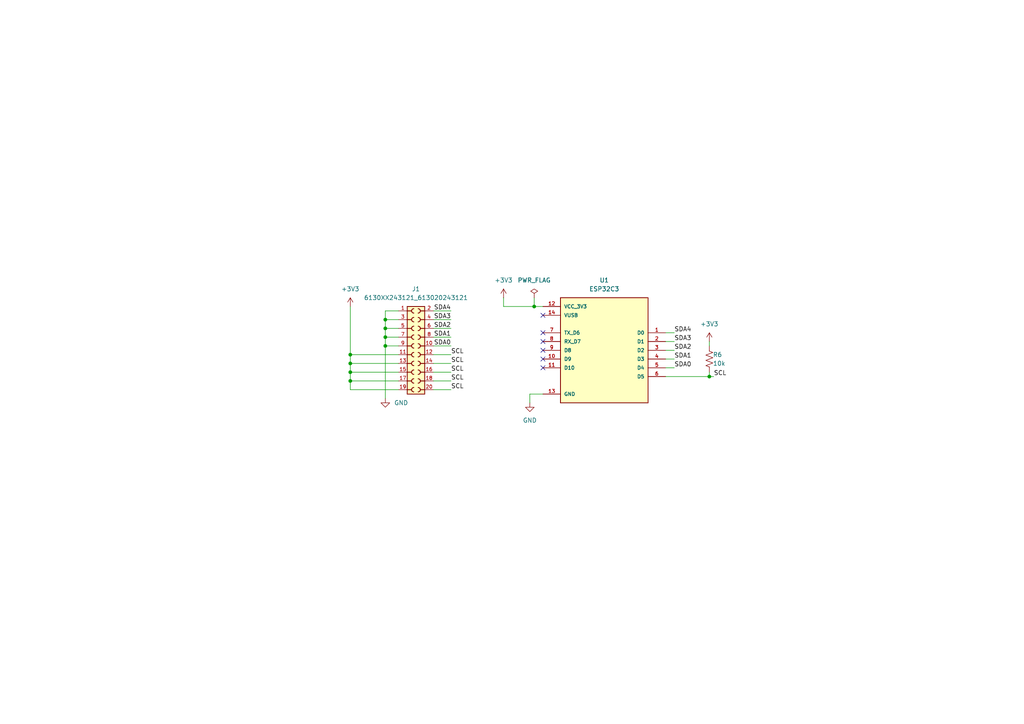
<source format=kicad_sch>
(kicad_sch (version 20250114) (generator "eeschema") (generator_version "9.0")
  (paper "A4")
  (lib_symbols
    (symbol "Device:R_US" (pin_numbers (hide yes)) (pin_names (offset 0))
      (property "Reference" "R" (at 2.54 0 90))
      (property "Value" "R_US" (at -2.54 0 90))
      (symbol "R_US_0_1"
        (polyline (pts (xy 0 2.286) (xy 0 2.54)))
        (polyline (pts (xy 0 2.286) (xy 1.016 1.905) (xy 0 1.524) (xy -1.016 1.143) (xy 0 0.762)))
        (polyline (pts (xy 0 0.762) (xy 1.016 0.381) (xy 0 0) (xy -1.016 -0.381) (xy 0 -0.762)))
        (polyline (pts (xy 0 -0.762) (xy 1.016 -1.143) (xy 0 -1.524) (xy -1.016 -1.905) (xy 0 -2.286)))
        (polyline (pts (xy 0 -2.286) (xy 0 -2.54)))
      )
      (symbol "R_US_1_1"
        (pin passive line (at 0 3.81 270) (length 1.27) (name "~") (number "1"))
        (pin passive line (at 0 -3.81 90) (length 1.27) (name "~") (number "2"))
      )
    )
    (symbol "ESP32C3Mux:6130XX243121_613020243121" (pin_names (offset 1.016))
      (property "Reference" "J" (at -12.7 0.762 0))
      (property "Value" "6130XX243121_613020243121" (at -12.7 -2.54 0))
      (symbol "6130XX243121_613020243121_0_0"
        (rectangle (start -11.43 -2.54) (end 13.97 2.54) (stroke (width 0.254)) (fill (type background)))
        (polyline (pts (xy -10.16 1.27) (xy -10.16 2.54)) (stroke (width 0.254)))
        (arc (start -10.795 0.635) (mid -10.609 1.084) (end -10.16 1.27) (stroke (width 0.254)))
        (arc (start -10.16 1.27) (mid -9.711 1.084) (end -9.525 0.635) (stroke (width 0.254)))
        (arc (start -10.16 -1.27) (mid -10.609 -1.084) (end -10.795 -0.635) (stroke (width 0.254)))
        (arc (start -9.525 -0.635) (mid -9.711 -1.084) (end -10.16 -1.27) (stroke (width 0.254)))
        (polyline (pts (xy -10.16 -1.27) (xy -10.16 -2.54)) (stroke (width 0.254)))
        (polyline (pts (xy -7.62 1.27) (xy -7.62 2.54)) (stroke (width 0.254)))
        (arc (start -8.255 0.635) (mid -8.069 1.084) (end -7.62 1.27) (stroke (width 0.254)))
        (arc (start -7.62 1.27) (mid -7.171 1.084) (end -6.985 0.635) (stroke (width 0.254)))
        (arc (start -7.62 -1.27) (mid -8.069 -1.084) (end -8.255 -0.635) (stroke (width 0.254)))
        (arc (start -6.985 -0.635) (mid -7.171 -1.084) (end -7.62 -1.27) (stroke (width 0.254)))
        (polyline (pts (xy -7.62 -1.27) (xy -7.62 -2.54)) (stroke (width 0.254)))
        (polyline (pts (xy -5.08 1.27) (xy -5.08 2.54)) (stroke (width 0.254)))
        (arc (start -5.715 0.635) (mid -5.529 1.084) (end -5.08 1.27) (stroke (width 0.254)))
        (arc (start -5.08 1.27) (mid -4.631 1.084) (end -4.445 0.635) (stroke (width 0.254)))
        (arc (start -5.08 -1.27) (mid -5.529 -1.084) (end -5.715 -0.635) (stroke (width 0.254)))
        (arc (start -4.445 -0.635) (mid -4.631 -1.084) (end -5.08 -1.27) (stroke (width 0.254)))
        (polyline (pts (xy -5.08 -1.27) (xy -5.08 -2.54)) (stroke (width 0.254)))
        (polyline (pts (xy -2.54 1.27) (xy -2.54 2.54)) (stroke (width 0.254)))
        (arc (start -3.175 0.635) (mid -2.989 1.084) (end -2.54 1.27) (stroke (width 0.254)))
        (arc (start -2.54 1.27) (mid -2.091 1.084) (end -1.905 0.635) (stroke (width 0.254)))
        (arc (start -2.54 -1.27) (mid -2.989 -1.084) (end -3.175 -0.635) (stroke (width 0.254)))
        (arc (start -1.905 -0.635) (mid -2.091 -1.084) (end -2.54 -1.27) (stroke (width 0.254)))
        (polyline (pts (xy -2.54 -1.27) (xy -2.54 -2.54)) (stroke (width 0.254)))
        (polyline (pts (xy 0 1.27) (xy 0 2.54)) (stroke (width 0.254)))
        (arc (start -0.635 0.635) (mid -0.449 1.084) (end 0 1.27) (stroke (width 0.254)))
        (arc (start 0 1.27) (mid 0.449 1.084) (end 0.635 0.635) (stroke (width 0.254)))
        (arc (start 0 -1.27) (mid -0.449 -1.084) (end -0.635 -0.635) (stroke (width 0.254)))
        (arc (start 0.635 -0.635) (mid 0.449 -1.084) (end 0 -1.27) (stroke (width 0.254)))
        (polyline (pts (xy 0 -1.27) (xy 0 -2.54)) (stroke (width 0.254)))
        (polyline (pts (xy 2.54 1.27) (xy 2.54 2.54)) (stroke (width 0.254)))
        (arc (start 1.905 0.635) (mid 2.091 1.084) (end 2.54 1.27) (stroke (width 0.254)))
        (arc (start 2.54 1.27) (mid 2.989 1.084) (end 3.175 0.635) (stroke (width 0.254)))
        (arc (start 2.54 -1.27) (mid 2.091 -1.084) (end 1.905 -0.635) (stroke (width 0.254)))
        (arc (start 3.175 -0.635) (mid 2.989 -1.084) (end 2.54 -1.27) (stroke (width 0.254)))
        (polyline (pts (xy 2.54 -1.27) (xy 2.54 -2.54)) (stroke (width 0.254)))
        (arc (start 5.715 -0.635) (mid 5.5273 -1.0808) (end 5.08 -1.27) (stroke (width 0.254)))
        (polyline (pts (xy 5.08 1.27) (xy 5.08 2.54)) (stroke (width 0.254)))
        (arc (start 5.08 1.27) (mid 5.529 1.084) (end 5.715 0.635) (stroke (width 0.254)))
        (arc (start 5.08 -1.27) (mid 4.631 -1.084) (end 4.445 -0.635) (stroke (width 0.254)))
        (polyline (pts (xy 5.08 -1.27) (xy 5.08 -2.54)) (stroke (width 0.254)))
        (arc (start 4.445 0.635) (mid 4.6327 1.0808) (end 5.08 1.27) (stroke (width 0.254)))
        (arc (start 8.255 -0.635) (mid 8.0673 -1.0808) (end 7.62 -1.27) (stroke (width 0.254)))
        (polyline (pts (xy 7.62 1.27) (xy 7.62 2.54)) (stroke (width 0.254)))
        (arc (start 7.62 1.27) (mid 8.069 1.084) (end 8.255 0.635) (stroke (width 0.254)))
        (arc (start 7.62 -1.27) (mid 7.171 -1.084) (end 6.985 -0.635) (stroke (width 0.254)))
        (polyline (pts (xy 7.62 -1.27) (xy 7.62 -2.54)) (stroke (width 0.254)))
        (arc (start 6.985 0.635) (mid 7.1727 1.0808) (end 7.62 1.27) (stroke (width 0.254)))
        (arc (start 10.795 -0.635) (mid 10.6073 -1.0808) (end 10.16 -1.27) (stroke (width 0.254)))
        (polyline (pts (xy 10.16 1.27) (xy 10.16 2.54)) (stroke (width 0.254)))
        (arc (start 10.16 1.27) (mid 10.609 1.084) (end 10.795 0.635) (stroke (width 0.254)))
        (arc (start 10.16 -1.27) (mid 9.711 -1.084) (end 9.525 -0.635) (stroke (width 0.254)))
        (polyline (pts (xy 10.16 -1.27) (xy 10.16 -2.54)) (stroke (width 0.254)))
        (arc (start 9.525 0.635) (mid 9.7127 1.0808) (end 10.16 1.27) (stroke (width 0.254)))
        (arc (start 13.335 -0.635) (mid 13.1473 -1.0808) (end 12.7 -1.27) (stroke (width 0.254)))
        (polyline (pts (xy 12.7 1.27) (xy 12.7 2.54)) (stroke (width 0.254)))
        (arc (start 12.7 1.27) (mid 13.149 1.084) (end 13.335 0.635) (stroke (width 0.254)))
        (arc (start 12.7 -1.27) (mid 12.251 -1.084) (end 12.065 -0.635) (stroke (width 0.254)))
        (polyline (pts (xy 12.7 -1.27) (xy 12.7 -2.54)) (stroke (width 0.254)))
        (arc (start 12.065 0.635) (mid 12.2527 1.0808) (end 12.7 1.27) (stroke (width 0.254)))
        (pin passive line (at -10.16 5.08 270) (length 2.54) (name "~") (number "2"))
        (pin passive line (at -10.16 -5.08 90) (length 2.54) (name "~") (number "1"))
        (pin passive line (at -7.62 5.08 270) (length 2.54) (name "~") (number "4"))
        (pin passive line (at -7.62 -5.08 90) (length 2.54) (name "~") (number "3"))
        (pin passive line (at -5.08 5.08 270) (length 2.54) (name "~") (number "6"))
        (pin passive line (at -5.08 -5.08 90) (length 2.54) (name "~") (number "5"))
        (pin passive line (at -2.54 5.08 270) (length 2.54) (name "~") (number "8"))
        (pin passive line (at -2.54 -5.08 90) (length 2.54) (name "~") (number "7"))
        (pin passive line (at 0 5.08 270) (length 2.54) (name "~") (number "10"))
        (pin passive line (at 0 -5.08 90) (length 2.54) (name "~") (number "9"))
        (pin passive line (at 2.54 5.08 270) (length 2.54) (name "~") (number "12"))
        (pin passive line (at 2.54 -5.08 90) (length 2.54) (name "~") (number "11"))
        (pin passive line (at 5.08 5.08 270) (length 2.54) (name "~") (number "14"))
        (pin passive line (at 5.08 -5.08 90) (length 2.54) (name "~") (number "13"))
        (pin passive line (at 7.62 5.08 270) (length 2.54) (name "~") (number "16"))
        (pin passive line (at 7.62 -5.08 90) (length 2.54) (name "~") (number "15"))
        (pin passive line (at 10.16 5.08 270) (length 2.54) (name "~") (number "18"))
        (pin passive line (at 10.16 -5.08 90) (length 2.54) (name "~") (number "17"))
        (pin passive line (at 12.7 5.08 270) (length 2.54) (name "~") (number "20"))
        (pin passive line (at 12.7 -5.08 90) (length 2.54) (name "~") (number "19"))
      )
    )
    (symbol "ESP32C3Mux:ESP32C3" (pin_names (offset 1.016))
      (property "Reference" "U" (at -12.7 16.002 0))
      (property "Value" "ESP32C3" (at -12.7 -17.78 0))
      (symbol "ESP32C3_0_0"
        (rectangle (start -12.7 -15.24) (end 12.7 15.24) (stroke (width 0.254)) (fill (type background)))
        (pin bidirectional line (at -17.78 5.08 0) (length 5.08) (name "D0") (number "1"))
        (pin bidirectional line (at -17.78 2.54 0) (length 5.08) (name "D1") (number "2"))
        (pin bidirectional line (at -17.78 0 0) (length 5.08) (name "D2") (number "3"))
        (pin bidirectional line (at -17.78 -2.54 0) (length 5.08) (name "D3") (number "4"))
        (pin bidirectional line (at -17.78 -5.08 0) (length 5.08) (name "D4") (number "5"))
        (pin bidirectional line (at -17.78 -7.62 0) (length 5.08) (name "D5") (number "6"))
        (pin power_in line (at 17.78 12.7 180) (length 5.08) (name "VCC_3V3") (number "12"))
        (pin power_in line (at 17.78 10.16 180) (length 5.08) (name "VUSB") (number "14"))
        (pin bidirectional line (at 17.78 5.08 180) (length 5.08) (name "TX_D6") (number "7"))
        (pin bidirectional line (at 17.78 2.54 180) (length 5.08) (name "RX_D7") (number "8"))
        (pin bidirectional line (at 17.78 0 180) (length 5.08) (name "D8") (number "9"))
        (pin bidirectional line (at 17.78 -2.54 180) (length 5.08) (name "D9") (number "10"))
        (pin bidirectional line (at 17.78 -5.08 180) (length 5.08) (name "D10") (number "11"))
        (pin power_in line (at 17.78 -12.7 180) (length 5.08) (name "GND") (number "13"))
      )
    )
    (symbol "power:+3V3" (power) (pin_numbers (hide yes)) (pin_names (offset 0) (hide yes))
      (property "Value" "+3V3" (at 0 3.556 0))
      (symbol "+3V3_0_1"
        (polyline (pts (xy -0.762 1.27) (xy 0 2.54)))
        (polyline (pts (xy 0 2.54) (xy 0.762 1.27)))
        (polyline (pts (xy 0 0) (xy 0 2.54)))
      )
      (symbol "+3V3_1_1"
        (pin power_in line (at 0 0 90) (length 0) (name "~") (number "1"))
      )
    )
    (symbol "power:GND" (power) (pin_numbers (hide yes)) (pin_names (offset 0) (hide yes))
      (property "Value" "GND" (at 0 -3.81 0))
      (symbol "GND_0_1"
        (polyline (pts (xy 0 0) (xy 0 -1.27) (xy 1.27 -1.27) (xy 0 -2.54) (xy -1.27 -1.27) (xy 0 -1.27)))
      )
      (symbol "GND_1_1"
        (pin power_in line (at 0 0 270) (length 0) (name "~") (number "1"))
      )
    )
    (symbol "power:PWR_FLAG" (power) (pin_numbers (hide yes)) (pin_names (offset 0) (hide yes))
      (property "Value" "PWR_FLAG" (at 0 3.81 0))
      (symbol "PWR_FLAG_0_0"
        (pin power_out line (at 0 0 90) (length 0) (name "~") (number "1"))
      )
      (symbol "PWR_FLAG_0_1"
        (polyline (pts (xy 0 0) (xy 0 1.27) (xy -1.016 1.905) (xy 0 2.54) (xy 1.016 1.905) (xy 0 1.27)))
      )
    )
  )
  (junction (at 111.76 100.33))
  (junction (at 111.76 95.25))
  (junction (at 101.6 110.49))
  (junction (at 111.76 92.71))
  (junction (at 101.6 105.41))
  (junction (at 101.6 102.87))
  (junction (at 111.76 97.79))
  (junction (at 205.74 109.22))
  (junction (at 101.6 107.95))
  (junction (at 154.94 88.9))
  (no_connect (at 157.48 91.44))
  (no_connect (at 157.48 104.14))
  (no_connect (at 157.48 101.6))
  (no_connect (at 157.48 106.68))
  (no_connect (at 157.48 96.52))
  (no_connect (at 157.48 99.06))
  (wire (pts (xy 205.74 100.33) (xy 205.74 99.06)))
  (wire (pts (xy 111.76 95.25) (xy 111.76 97.79)))
  (wire (pts (xy 111.76 90.17) (xy 111.76 92.71)))
  (wire (pts (xy 130.81 95.25) (xy 125.73 95.25)))
  (wire (pts (xy 130.81 92.71) (xy 125.73 92.71)))
  (wire (pts (xy 193.04 104.14) (xy 195.58 104.14)))
  (wire (pts (xy 111.76 97.79) (xy 115.57 97.79)))
  (wire (pts (xy 101.6 105.41) (xy 101.6 107.95)))
  (wire (pts (xy 154.94 88.9) (xy 146.05 88.9)))
  (wire (pts (xy 101.6 105.41) (xy 115.57 105.41)))
  (wire (pts (xy 125.73 110.49) (xy 130.81 110.49)))
  (wire (pts (xy 153.67 114.3) (xy 153.67 116.84)))
  (wire (pts (xy 101.6 102.87) (xy 115.57 102.87)))
  (wire (pts (xy 193.04 109.22) (xy 205.74 109.22)))
  (wire (pts (xy 125.73 113.03) (xy 130.81 113.03)))
  (wire (pts (xy 111.76 90.17) (xy 115.57 90.17)))
  (wire (pts (xy 101.6 110.49) (xy 115.57 110.49)))
  (wire (pts (xy 193.04 106.68) (xy 195.58 106.68)))
  (wire (pts (xy 205.74 107.95) (xy 205.74 109.22)))
  (wire (pts (xy 157.48 88.9) (xy 154.94 88.9)))
  (wire (pts (xy 130.81 102.87) (xy 125.73 102.87)))
  (wire (pts (xy 125.73 105.41) (xy 130.81 105.41)))
  (wire (pts (xy 101.6 107.95) (xy 115.57 107.95)))
  (wire (pts (xy 193.04 101.6) (xy 195.58 101.6)))
  (wire (pts (xy 146.05 86.36) (xy 146.05 88.9)))
  (wire (pts (xy 101.6 88.9) (xy 101.6 102.87)))
  (wire (pts (xy 111.76 92.71) (xy 115.57 92.71)))
  (wire (pts (xy 157.48 114.3) (xy 153.67 114.3)))
  (wire (pts (xy 101.6 110.49) (xy 101.6 113.03)))
  (wire (pts (xy 111.76 95.25) (xy 115.57 95.25)))
  (wire (pts (xy 205.74 109.22) (xy 207.01 109.22)))
  (wire (pts (xy 101.6 102.87) (xy 101.6 105.41)))
  (wire (pts (xy 111.76 100.33) (xy 115.57 100.33)))
  (wire (pts (xy 130.81 97.79) (xy 125.73 97.79)))
  (wire (pts (xy 125.73 107.95) (xy 130.81 107.95)))
  (wire (pts (xy 111.76 92.71) (xy 111.76 95.25)))
  (wire (pts (xy 130.81 90.17) (xy 125.73 90.17)))
  (wire (pts (xy 111.76 100.33) (xy 111.76 115.57)))
  (wire (pts (xy 111.76 97.79) (xy 111.76 100.33)))
  (wire (pts (xy 193.04 99.06) (xy 195.58 99.06)))
  (wire (pts (xy 154.94 86.36) (xy 154.94 88.9)))
  (wire (pts (xy 101.6 107.95) (xy 101.6 110.49)))
  (wire (pts (xy 101.6 113.03) (xy 115.57 113.03)))
  (wire (pts (xy 130.81 100.33) (xy 125.73 100.33)))
  (wire (pts (xy 193.04 96.52) (xy 195.58 96.52)))
  (label "SDA1" (at 195.58 104.14 0))
  (label "SDA0" (at 195.58 106.68 0))
  (label "SCL" (at 130.81 110.49 0))
  (label "SDA0" (at 130.81 100.33 180))
  (label "SDA3" (at 130.81 92.71 180))
  (label "SDA1" (at 130.81 97.79 180))
  (label "SDA4" (at 130.81 90.17 180))
  (label "SCL" (at 207.01 109.22 0))
  (label "SCL" (at 130.81 113.03 0))
  (label "SDA2" (at 130.81 95.25 180))
  (label "SDA4" (at 195.58 96.52 0))
  (label "SCL" (at 130.81 107.95 0))
  (label "SCL" (at 130.81 105.41 0))
  (label "SDA2" (at 195.58 101.6 0))
  (label "SDA3" (at 195.58 99.06 0))
  (label "SCL" (at 130.81 102.87 0))
  (symbol (lib_id "Device:R_US") (at 205.74 104.14 0) (unit 1)
    (property "Reference" "R6" (at 206.756 102.87 0) (effects (justify left)))
    (property "Value" "10k" (at 206.756 105.41 0) (effects (justify left)))
    (property "Footprint" "Resistor_SMD:R_0603_1608Metric_Pad0.98x0.95mm_HandSolder" (effects (hide yes)))
    (property "Description" "Resistor, US symbol" (effects (hide yes)))
  )
  (symbol (lib_id "power:GND") (at 153.67 116.84 0) (unit 1)
    (property "Reference" "#PWR018" (effects (hide yes)))
    (property "Value" "GND" (at 153.67 121.92 0))
    (property "Description" "Power symbol creates a global label with name \"GND\" , ground" (effects (hide yes)))
  )
  (symbol (lib_id "power:+3V3") (at 101.6 88.9 0) (unit 1)
    (property "Reference" "#PWR05" (effects (hide yes)))
    (property "Value" "+3V3" (at 101.6 83.82 0))
    (property "Description" "Power symbol creates a global label with name \"+3V3\"" (effects (hide yes)))
  )
  (symbol (lib_id "ESP32C3Mux:ESP32C3") (at 175.26 101.6 0) (mirror y) (unit 1)
    (property "Reference" "U1" (at 175.26 81.28 0))
    (property "Value" "ESP32C3" (at 175.26 83.82 0))
    (property "Footprint" "ESP32C3 Mux:ESP32C3" (effects (hide yes)))
    (property "PARTREV" "23/05/2022" (effects (hide yes)))
    (property "MANUFACTURER" "Seeed Technology" (effects (hide yes)))
    (property "SNAPEDA_PN" "113991054" (effects (hide yes)))
    (property "MAXIMUM_PACKAGE_HEIGHT" "N/A" (effects (hide yes)))
    (property "STANDARD" "Manufacturer Recommendations" (effects (hide yes)))
  )
  (symbol (lib_id "power:GND") (at 111.76 115.57 0) (unit 1)
    (property "Reference" "#PWR010" (effects (hide yes)))
    (property "Value" "GND" (at 114.3 116.8399 0) (effects (justify left)))
    (property "Description" "Power symbol creates a global label with name \"GND\" , ground" (effects (hide yes)))
  )
  (symbol (lib_id "power:PWR_FLAG") (at 154.94 86.36 0) (unit 1)
    (property "Reference" "#FLG01" (effects (hide yes)))
    (property "Value" "PWR_FLAG" (at 154.94 81.28 0))
    (property "Description" "Special symbol for telling ERC where power comes from" (effects (hide yes)))
  )
  (symbol (lib_id "ESP32C3Mux:6130XX243121_613020243121") (at 120.65 100.33 270) (unit 1)
    (property "Reference" "J1" (at 120.65 83.82 90))
    (property "Value" "6130XX243121_613020243121" (at 120.65 86.36 90))
    (property "Footprint" "ESP32C3 Mux:613020243121" (effects (hide yes)))
  )
  (symbol (lib_id "power:+3V3") (at 146.05 86.36 0) (unit 1)
    (property "Reference" "#PWR02" (effects (hide yes)))
    (property "Value" "+3V3" (at 146.05 81.28 0))
    (property "Description" "Power symbol creates a global label with name \"+3V3\"" (effects (hide yes)))
  )
  (symbol (lib_id "power:+3V3") (at 205.74 99.06 0) (unit 1)
    (property "Reference" "#PWR01" (effects (hide yes)))
    (property "Value" "+3V3" (at 205.74 93.98 0))
    (property "Description" "Power symbol creates a global label with name \"+3V3\"" (effects (hide yes)))
  )
)
</source>
